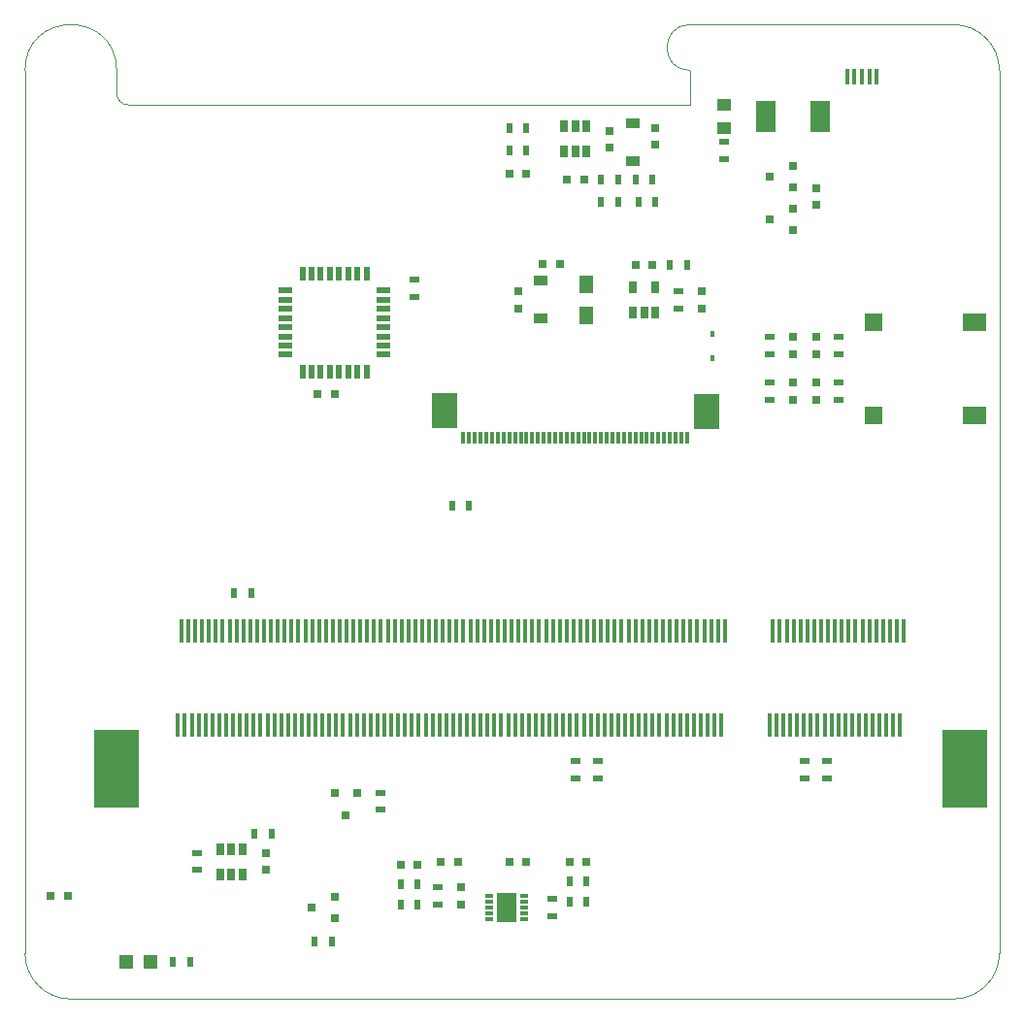
<source format=gtp>
G04 #@! TF.FileFunction,Paste,Top*
%FSLAX46Y46*%
G04 Gerber Fmt 4.6, Leading zero omitted, Abs format (unit mm)*
G04 Created by KiCad (PCBNEW 4.0.3-stable) date 08/27/16 15:36:11*
%MOMM*%
%LPD*%
G01*
G04 APERTURE LIST*
%ADD10C,0.100000*%
%ADD11R,4.000000X6.800000*%
%ADD12R,0.350000X2.000000*%
%ADD13R,0.800000X0.750000*%
%ADD14R,0.500000X0.900000*%
%ADD15R,1.300000X1.500000*%
%ADD16R,0.750000X0.800000*%
%ADD17R,0.900000X0.500000*%
%ADD18R,0.650000X1.060000*%
%ADD19R,1.220000X0.910000*%
%ADD20R,1.250000X1.000000*%
%ADD21R,1.198880X1.198880*%
%ADD22R,1.800860X2.700020*%
%ADD23R,0.600000X1.200000*%
%ADD24R,1.200000X0.600000*%
%ADD25R,2.000000X1.500000*%
%ADD26R,1.500000X1.500000*%
%ADD27R,0.300000X1.100000*%
%ADD28R,2.300000X3.100000*%
%ADD29R,0.400000X1.350000*%
%ADD30R,0.800100X0.800100*%
%ADD31R,0.800000X0.300800*%
%ADD32R,1.800000X2.602000*%
%ADD33R,0.450000X0.590000*%
G04 APERTURE END LIST*
D10*
X73000000Y-189000000D02*
X73000000Y-112000000D01*
X73000000Y-189000000D02*
G75*
G03X77000000Y-193000000I4000000J0D01*
G01*
X154000000Y-193000000D02*
X77000000Y-193000000D01*
X154000000Y-193000000D02*
G75*
G03X158000000Y-189000000I0J4000000D01*
G01*
X158000000Y-112000000D02*
X158000000Y-189000000D01*
X158000000Y-112000000D02*
G75*
G03X154000000Y-108000000I-4000000J0D01*
G01*
X131000000Y-108000000D02*
X154000000Y-108000000D01*
X131000000Y-115000000D02*
X131000000Y-112000000D01*
X131000000Y-108000000D02*
G75*
G03X131000000Y-112000000I0J-2000000D01*
G01*
X82000000Y-115000000D02*
X131000000Y-115000000D01*
X81000000Y-114000000D02*
G75*
G03X82000000Y-115000000I1000000J0D01*
G01*
X81000000Y-112000000D02*
X81000000Y-114000000D01*
X81000000Y-112000000D02*
G75*
G03X73000000Y-112000000I-4000000J0D01*
G01*
D11*
X81000000Y-172900000D03*
X155000000Y-172900000D03*
D12*
X149650000Y-160900000D03*
X149050000Y-160900000D03*
X148450000Y-160900000D03*
X147850000Y-160900000D03*
X147250000Y-160900000D03*
X146650000Y-160900000D03*
X146050000Y-160900000D03*
X145450000Y-160900000D03*
X144850000Y-160900000D03*
X144250000Y-160900000D03*
X143650000Y-160900000D03*
X143050000Y-160900000D03*
X142450000Y-160900000D03*
X141850000Y-160900000D03*
X141250000Y-160900000D03*
X140650000Y-160900000D03*
X140050000Y-160900000D03*
X139450000Y-160900000D03*
X138850000Y-160900000D03*
X138250000Y-160900000D03*
X134050000Y-160900000D03*
X133450000Y-160900000D03*
X132850000Y-160900000D03*
X132250000Y-160900000D03*
X131650000Y-160900000D03*
X131050000Y-160900000D03*
X130450000Y-160900000D03*
X129850000Y-160900000D03*
X129250000Y-160900000D03*
X128650000Y-160900000D03*
X128050000Y-160900000D03*
X127450000Y-160900000D03*
X126850000Y-160900000D03*
X126250000Y-160900000D03*
X125650000Y-160900000D03*
X125050000Y-160900000D03*
X124450000Y-160900000D03*
X123850000Y-160900000D03*
X123250000Y-160900000D03*
X122650000Y-160900000D03*
X122050000Y-160900000D03*
X121450000Y-160900000D03*
X120850000Y-160900000D03*
X120250000Y-160900000D03*
X119650000Y-160900000D03*
X119050000Y-160900000D03*
X118450000Y-160900000D03*
X117850000Y-160900000D03*
X117250000Y-160900000D03*
X116650000Y-160900000D03*
X116050000Y-160900000D03*
X115450000Y-160900000D03*
X114850000Y-160900000D03*
X114250000Y-160900000D03*
X113650000Y-160900000D03*
X113050000Y-160900000D03*
X112450000Y-160900000D03*
X111850000Y-160900000D03*
X111250000Y-160900000D03*
X110650000Y-160900000D03*
X110050000Y-160900000D03*
X109450000Y-160900000D03*
X108850000Y-160900000D03*
X108250000Y-160900000D03*
X107650000Y-160900000D03*
X107050000Y-160900000D03*
X106450000Y-160900000D03*
X105850000Y-160900000D03*
X105250000Y-160900000D03*
X104650000Y-160900000D03*
X104050000Y-160900000D03*
X103450000Y-160900000D03*
X102850000Y-160900000D03*
X102250000Y-160900000D03*
X101650000Y-160900000D03*
X101050000Y-160900000D03*
X100450000Y-160900000D03*
X99850000Y-160900000D03*
X99250000Y-160900000D03*
X98650000Y-160900000D03*
X98050000Y-160900000D03*
X97450000Y-160900000D03*
X96850000Y-160900000D03*
X96250000Y-160900000D03*
X95650000Y-160900000D03*
X95050000Y-160900000D03*
X94450000Y-160900000D03*
X93850000Y-160900000D03*
X93250000Y-160900000D03*
X92650000Y-160900000D03*
X92050000Y-160900000D03*
X91450000Y-160900000D03*
X90850000Y-160900000D03*
X90250000Y-160900000D03*
X89650000Y-160900000D03*
X89050000Y-160900000D03*
X88450000Y-160900000D03*
X87850000Y-160900000D03*
X87250000Y-160900000D03*
X86650000Y-160900000D03*
X149350000Y-169100000D03*
X148750000Y-169100000D03*
X148150000Y-169100000D03*
X147550000Y-169100000D03*
X146950000Y-169100000D03*
X146350000Y-169100000D03*
X145750000Y-169100000D03*
X145150000Y-169100000D03*
X144550000Y-169100000D03*
X143950000Y-169100000D03*
X143350000Y-169100000D03*
X142750000Y-169100000D03*
X142150000Y-169100000D03*
X141550000Y-169100000D03*
X140950000Y-169100000D03*
X140350000Y-169100000D03*
X139750000Y-169100000D03*
X139150000Y-169100000D03*
X138550000Y-169100000D03*
X137950000Y-169100000D03*
X133750000Y-169100000D03*
X133150000Y-169100000D03*
X132550000Y-169100000D03*
X131950000Y-169100000D03*
X131350000Y-169100000D03*
X130750000Y-169100000D03*
X130150000Y-169100000D03*
X129550000Y-169100000D03*
X128950000Y-169100000D03*
X128350000Y-169100000D03*
X127750000Y-169100000D03*
X127150000Y-169100000D03*
X126550000Y-169100000D03*
X125950000Y-169100000D03*
X125350000Y-169100000D03*
X124750000Y-169100000D03*
X124150000Y-169100000D03*
X123550000Y-169100000D03*
X122950000Y-169100000D03*
X122350000Y-169100000D03*
X121750000Y-169100000D03*
X121150000Y-169100000D03*
X120550000Y-169100000D03*
X119950000Y-169100000D03*
X119350000Y-169100000D03*
X118750000Y-169100000D03*
X118150000Y-169100000D03*
X117550000Y-169100000D03*
X116950000Y-169100000D03*
X116350000Y-169100000D03*
X115750000Y-169100000D03*
X115150000Y-169100000D03*
X114550000Y-169100000D03*
X113950000Y-169100000D03*
X113350000Y-169100000D03*
X112750000Y-169100000D03*
X112150000Y-169100000D03*
X111550000Y-169100000D03*
X110950000Y-169100000D03*
X110350000Y-169100000D03*
X109750000Y-169100000D03*
X109150000Y-169100000D03*
X108550000Y-169100000D03*
X107950000Y-169100000D03*
X107350000Y-169100000D03*
X106750000Y-169100000D03*
X106150000Y-169100000D03*
X105550000Y-169100000D03*
X104950000Y-169100000D03*
X104350000Y-169100000D03*
X103750000Y-169100000D03*
X103150000Y-169100000D03*
X102550000Y-169100000D03*
X101950000Y-169100000D03*
X101350000Y-169100000D03*
X100750000Y-169100000D03*
X100150000Y-169100000D03*
X99550000Y-169100000D03*
X98950000Y-169100000D03*
X98350000Y-169100000D03*
X97750000Y-169100000D03*
X97150000Y-169100000D03*
X96550000Y-169100000D03*
X95950000Y-169100000D03*
X95350000Y-169100000D03*
X94750000Y-169100000D03*
X94150000Y-169100000D03*
X93550000Y-169100000D03*
X92950000Y-169100000D03*
X92350000Y-169100000D03*
X91750000Y-169100000D03*
X91150000Y-169100000D03*
X90550000Y-169100000D03*
X89950000Y-169100000D03*
X89350000Y-169100000D03*
X88750000Y-169100000D03*
X88150000Y-169100000D03*
X87550000Y-169100000D03*
X86950000Y-169100000D03*
X86350000Y-169100000D03*
D13*
X121750000Y-121500000D03*
X120250000Y-121500000D03*
D14*
X124750000Y-121500000D03*
X123250000Y-121500000D03*
X124750000Y-123500000D03*
X123250000Y-123500000D03*
X128000000Y-123500000D03*
X126500000Y-123500000D03*
X127750000Y-121500000D03*
X126250000Y-121500000D03*
D15*
X122000000Y-130650000D03*
X122000000Y-133350000D03*
D14*
X129250000Y-129000000D03*
X130750000Y-129000000D03*
D13*
X126250000Y-129000000D03*
X127750000Y-129000000D03*
D16*
X132000000Y-132750000D03*
X132000000Y-131250000D03*
X116000000Y-131250000D03*
X116000000Y-132750000D03*
D17*
X130000000Y-132750000D03*
X130000000Y-131250000D03*
D18*
X126050000Y-133100000D03*
X127000000Y-133100000D03*
X127950000Y-133100000D03*
X127950000Y-130900000D03*
X126050000Y-130900000D03*
D13*
X118150000Y-128900000D03*
X119650000Y-128900000D03*
D19*
X118000000Y-130365000D03*
X118000000Y-133635000D03*
D13*
X98500000Y-140250000D03*
X100000000Y-140250000D03*
D20*
X134000000Y-117000000D03*
X134000000Y-115000000D03*
D16*
X94000000Y-181750000D03*
X94000000Y-180250000D03*
D13*
X75250000Y-184000000D03*
X76750000Y-184000000D03*
D16*
X140000000Y-135250000D03*
X140000000Y-136750000D03*
X140000000Y-139250000D03*
X140000000Y-140750000D03*
X142000000Y-135250000D03*
X142000000Y-136750000D03*
X142000000Y-139250000D03*
X142000000Y-140750000D03*
X111000000Y-184750000D03*
X111000000Y-183250000D03*
X142000000Y-123750000D03*
X142000000Y-122250000D03*
D13*
X107250000Y-181300000D03*
X105750000Y-181300000D03*
X120500000Y-181000000D03*
X122000000Y-181000000D03*
X109250000Y-181000000D03*
X110750000Y-181000000D03*
X116750000Y-181000000D03*
X115250000Y-181000000D03*
X115250000Y-121000000D03*
X116750000Y-121000000D03*
D21*
X81850980Y-189750000D03*
X83949020Y-189750000D03*
D22*
X137599700Y-116000000D03*
X142400300Y-116000000D03*
D23*
X102800000Y-129750000D03*
X102000000Y-129750000D03*
X101200000Y-129750000D03*
X100400000Y-129750000D03*
X99600000Y-129750000D03*
X98800000Y-129750000D03*
X98000000Y-129750000D03*
X97200000Y-129750000D03*
D24*
X95750000Y-131200000D03*
X95750000Y-132000000D03*
X95750000Y-132800000D03*
X95750000Y-133600000D03*
X95750000Y-134400000D03*
X95750000Y-135200000D03*
X95750000Y-136000000D03*
X95750000Y-136800000D03*
D23*
X97200000Y-138250000D03*
X98000000Y-138250000D03*
X98800000Y-138250000D03*
X99600000Y-138250000D03*
X100400000Y-138250000D03*
X101200000Y-138250000D03*
X102000000Y-138250000D03*
X102800000Y-138250000D03*
D24*
X104250000Y-136800000D03*
X104250000Y-136000000D03*
X104250000Y-135200000D03*
X104250000Y-134400000D03*
X104250000Y-133600000D03*
X104250000Y-132800000D03*
X104250000Y-132000000D03*
X104250000Y-131200000D03*
D25*
X155850000Y-142050000D03*
X155850000Y-133950000D03*
D26*
X147000000Y-142050000D03*
X147000000Y-133950000D03*
D17*
X109000000Y-184750000D03*
X109000000Y-183250000D03*
X119000000Y-185750000D03*
X119000000Y-184250000D03*
D27*
X130750000Y-144000000D03*
D28*
X109580000Y-141700000D03*
X132420000Y-141750000D03*
D27*
X130250000Y-144000000D03*
X129750000Y-144000000D03*
X129250000Y-144000000D03*
X128750000Y-144000000D03*
X128250000Y-144000000D03*
X127750000Y-144000000D03*
X127250000Y-144000000D03*
X126750000Y-144000000D03*
X126250000Y-144000000D03*
X125750000Y-144000000D03*
X125250000Y-144000000D03*
X124750000Y-144000000D03*
X124250000Y-144000000D03*
X123750000Y-144000000D03*
X123250000Y-144000000D03*
X122750000Y-144000000D03*
X122250000Y-144000000D03*
X121750000Y-144000000D03*
X121250000Y-144000000D03*
X120750000Y-144000000D03*
X120250000Y-144000000D03*
X119750000Y-144000000D03*
X119250000Y-144000000D03*
X118750000Y-144000000D03*
X118250000Y-144000000D03*
X117750000Y-144000000D03*
X117250000Y-144000000D03*
X116750000Y-144000000D03*
X116250000Y-144000000D03*
X115750000Y-144000000D03*
X115250000Y-144000000D03*
X114750000Y-144000000D03*
X114250000Y-144000000D03*
X113750000Y-144000000D03*
X113250000Y-144000000D03*
X112750000Y-144000000D03*
X112250000Y-144000000D03*
X111750000Y-144000000D03*
X111250000Y-144000000D03*
D29*
X147300900Y-112562540D03*
X146650900Y-112562540D03*
X146000900Y-112562540D03*
X145350900Y-112562540D03*
X144700900Y-112562540D03*
D30*
X140000760Y-122200000D03*
X140000760Y-120300000D03*
X138001780Y-121250000D03*
X140000760Y-125950000D03*
X140000760Y-124050000D03*
X138001780Y-125000000D03*
X100000760Y-185950000D03*
X100000760Y-184050000D03*
X98001780Y-185000000D03*
X101950000Y-174999240D03*
X100050000Y-174999240D03*
X101000000Y-176998220D03*
D14*
X91250000Y-157600000D03*
X92750000Y-157600000D03*
X116750000Y-117000000D03*
X115250000Y-117000000D03*
X115250000Y-119000000D03*
X116750000Y-119000000D03*
D17*
X107000000Y-130250000D03*
X107000000Y-131750000D03*
X88000000Y-180250000D03*
X88000000Y-181750000D03*
D14*
X85900000Y-189750000D03*
X87400000Y-189750000D03*
D17*
X138000000Y-135250000D03*
X138000000Y-136750000D03*
X138000000Y-139250000D03*
X138000000Y-140750000D03*
D14*
X107250000Y-183000000D03*
X105750000Y-183000000D03*
X107250000Y-184750000D03*
X105750000Y-184750000D03*
X120500000Y-182750000D03*
X122000000Y-182750000D03*
X120500000Y-184500000D03*
X122000000Y-184500000D03*
D17*
X134000000Y-119750000D03*
X134000000Y-118250000D03*
D14*
X99750000Y-188000000D03*
X98250000Y-188000000D03*
D17*
X104000000Y-176500000D03*
X104000000Y-175000000D03*
D14*
X110250000Y-150000000D03*
X111750000Y-150000000D03*
D17*
X141000000Y-172250000D03*
X141000000Y-173750000D03*
X121000000Y-172250000D03*
X121000000Y-173750000D03*
X143000000Y-172250000D03*
X143000000Y-173750000D03*
X123000000Y-172250000D03*
X123000000Y-173750000D03*
D18*
X91950000Y-179900000D03*
X91000000Y-179900000D03*
X90050000Y-179900000D03*
X90050000Y-182100000D03*
X91950000Y-182100000D03*
X91000000Y-182100000D03*
D31*
X113500000Y-184000000D03*
D32*
X115000000Y-185000000D03*
D31*
X113500000Y-184500000D03*
X113500000Y-185000000D03*
X113500000Y-185500000D03*
X113500000Y-186000000D03*
X116500000Y-186000000D03*
X116500000Y-185500000D03*
X116500000Y-185000000D03*
X116500000Y-184500000D03*
X116500000Y-184000000D03*
D19*
X126000000Y-119885000D03*
X126000000Y-116615000D03*
D16*
X124000000Y-118750000D03*
X124000000Y-117250000D03*
D18*
X121950000Y-116900000D03*
X121000000Y-116900000D03*
X120050000Y-116900000D03*
X120050000Y-119100000D03*
X121950000Y-119100000D03*
X121000000Y-119100000D03*
D16*
X128000000Y-118500000D03*
X128000000Y-117000000D03*
D17*
X144000000Y-136750000D03*
X144000000Y-135250000D03*
X144000000Y-140750000D03*
X144000000Y-139250000D03*
D14*
X94500000Y-178600000D03*
X93000000Y-178600000D03*
D33*
X133000000Y-137055000D03*
X133000000Y-134945000D03*
M02*

</source>
